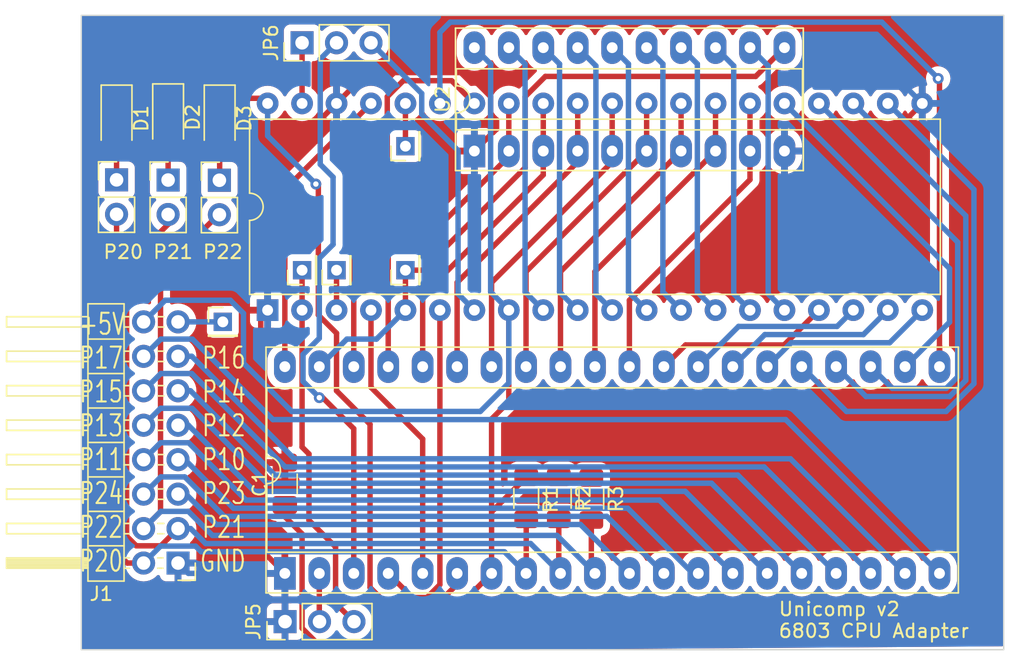
<source format=kicad_pcb>
(kicad_pcb (version 20221018) (generator pcbnew)
  (layers (0 "F.Cu" signal) (31 "B.Cu" signal) (34 "B.Paste" user) (35 "F.Paste" user) (36 "B.SilkS" user "B.Silkscreen") (37 "F.SilkS" user "F.Silkscreen") (38 "B.Mask" user) (39 "F.Mask" user) (44 "Edge.Cuts" user))
  (net 0 "")
  (net 1 "+5V")
  (net 2 "GND")
  (net 3 "/P20")
  (net 4 "/P21")
  (net 5 "/P22")
  (net 6 "/~{NMI}")
  (net 7 "/~{IRQ1}")
  (net 8 "/~{RST}")
  (net 9 "/P23")
  (net 10 "/P24")
  (net 11 "/P10")
  (net 12 "/P11")
  (net 13 "/P12")
  (net 14 "/P13")
  (net 15 "/P14")
  (net 16 "/P15")
  (net 17 "/P16")
  (net 18 "/P17")
  (net 19 "/A15")
  (net 20 "/A14")
  (net 21 "/A13")
  (net 22 "/A12")
  (net 23 "/A11")
  (net 24 "/A10")
  (net 25 "/A9")
  (net 26 "/A8")
  (net 27 "/D7")
  (net 28 "/D6")
  (net 29 "/D5")
  (net 30 "/D4")
  (net 31 "/D3")
  (net 32 "/D2")
  (net 33 "/D1")
  (net 34 "/D0")
  (net 35 "/R{slash}~{W}")
  (net 36 "/AS")
  (net 37 "/A0")
  (net 38 "/A1")
  (net 39 "/A2")
  (net 40 "/A3")
  (net 41 "/A4")
  (net 42 "/A5")
  (net 43 "/A6")
  (net 44 "/A7")
  (net 45 "/PHI2")
  (net 46 "/CPUCLK")
  (net 47 "+5C")
  (net 48 "Net-(J1-Pin_15)")
  (net 49 "Net-(D1-A)")
  (net 50 "Net-(D2-A)")
  (net 51 "Net-(D3-A)")
  (net 52 "Net-(J3-Pin_1)")
  (net 53 "Net-(J4-Pin_1)")
  (net 54 "/~{HALT}")
  (net 55 "Net-(JP5-C)")
  (net 56 "Net-(JP6-C)")
  (net 57 "/BA")
  (footprint "Connector_PinHeader_2.54mm:PinHeader_2x08_P2.54mm_Horizontal" (layer "F.Cu") (at 167.132 71.374 180)
    (fp_text reference "J1" (at 5.655 -2.27) (layer "F.SilkS"))
    (fp_text value "Conn_02x08_Odd_Even" hide)
    (pad "1" thru_hole rect (at 0 0 180) (size 1.7 1.7) (drill 1) (layers "*.Cu" "*.Mask") (net 2 "GND"))
    (pad "2" thru_hole oval (at 2.54 0 180) (size 1.7 1.7) (drill 1) (layers "*.Cu" "*.Mask") (net 3 "/P20"))
    (pad "3" thru_hole oval (at 0 2.54 180) (size 1.7 1.7) (drill 1) (layers "*.Cu" "*.Mask") (net 4 "/P21"))
    (pad "4" thru_hole oval (at 2.54 2.54 180) (size 1.7 1.7) (drill 1) (layers "*.Cu" "*.Mask") (net 5 "/P22"))
    (pad "5" thru_hole oval (at 0 5.08 180) (size 1.7 1.7) (drill 1) (layers "*.Cu" "*.Mask") (net 9 "/P23"))
    (pad "6" thru_hole oval (at 2.54 5.08 180) (size 1.7 1.7) (drill 1) (layers "*.Cu" "*.Mask") (net 10 "/P24"))
    (pad "7" thru_hole oval (at 0 7.62 180) (size 1.7 1.7) (drill 1) (layers "*.Cu" "*.Mask") (net 11 "/P10"))
    (pad "8" thru_hole oval (at 2.54 7.62 180) (size 1.7 1.7) (drill 1) (layers "*.Cu" "*.Mask") (net 12 "/P11"))
    (pad "9" thru_hole oval (at 0 10.16 180) (size 1.7 1.7) (drill 1) (layers "*.Cu" "*.Mask") (net 13 "/P12"))
    (pad "10" thru_hole oval (at 2.54 10.16 180) (size 1.7 1.7) (drill 1) (layers "*.Cu" "*.Mask") (net 14 "/P13"))
    (pad "11" thru_hole oval (at 0 12.7 180) (size 1.7 1.7) (drill 1) (layers "*.Cu" "*.Mask") (net 15 "/P14"))
    (pad "12" thru_hole oval (at 2.54 12.7 180) (size 1.7 1.7) (drill 1) (layers "*.Cu" "*.Mask") (net 16 "/P15"))
    (pad "13" thru_hole oval (at 0 15.24 180) (size 1.7 1.7) (drill 1) (layers "*.Cu" "*.Mask") (net 17 "/P16"))
    (pad "14" thru_hole oval (at 2.54 15.24 180) (size 1.7 1.7) (drill 1) (layers "*.Cu" "*.Mask") (net 18 "/P17"))
    (pad "15" thru_hole oval (at 0 17.78 180) (size 1.7 1.7) (drill 1) (layers "*.Cu" "*.Mask") (net 48 "Net-(J1-Pin_15)"))
    (pad "16" thru_hole oval (at 2.54 17.78 180) (size 1.7 1.7) (drill 1) (layers "*.Cu" "*.Mask") (net 1 "+5V"))
  )
  (footprint "Connector_PinHeader_2.54mm:PinHeader_1x02_P2.54mm_Vertical" (layer "F.Cu") (at 170.18 43.154)
    (fp_text reference "JP3" hide)
    (fp_text value "Mode")
    (pad "1" thru_hole rect (at 0 0) (size 1.7 1.7) (drill 1) (layers "*.Cu" "*.Mask") (net 51 "Net-(D3-A)"))
    (pad "2" thru_hole oval (at 0 2.54) (size 1.7 1.7) (drill 1) (layers "*.Cu" "*.Mask") (net 5 "/P22"))
  )
  (footprint "Capacitor_SMD:C_1206_3216Metric_Pad1.33x1.80mm_HandSolder" (layer "F.Cu") (at 175.006 65.532 90)
    (fp_text reference "C1" (at 0 -1.85 90) (layer "F.SilkS"))
    (fp_text value "100n")
    (pad "1" smd roundrect (at -1.5625 0 90) (size 1.325 1.8) (layers "F.Cu" "F.Paste" "F.Mask") (roundrect_rratio 0.1886792453) (net 1 "+5V"))
    (pad "2" smd roundrect (at 1.5625 0 90) (size 1.325 1.8) (layers "F.Cu" "F.Paste" "F.Mask") (roundrect_rratio 0.1886792453) (net 2 "GND"))
  )
  (footprint "Connector_PinHeader_2.54mm:PinHeader_1x02_P2.54mm_Vertical" (layer "F.Cu") (at 162.6 43.125)
    (fp_text reference "JP1" hide)
    (fp_text value "Mode")
    (pad "1" thru_hole rect (at 0 0) (size 1.7 1.7) (drill 1) (layers "*.Cu" "*.Mask") (net 49 "Net-(D1-A)"))
    (pad "2" thru_hole oval (at 0 2.54) (size 1.7 1.7) (drill 1) (layers "*.Cu" "*.Mask") (net 3 "/P20"))
  )
  (footprint "Connector_PinHeader_2.54mm:PinHeader_1x03_P2.54mm_Vertical" (layer "F.Cu") (at 175.021 75.692 90)
    (fp_text reference "JP5" (at 0 -2.33 90) (layer "F.SilkS"))
    (fp_text value "HALT/XTAL")
    (pad "1" thru_hole rect (at 0 0 90) (size 1.7 1.7) (drill 1) (layers "*.Cu" "*.Mask") (net 2 "GND"))
    (pad "2" thru_hole oval (at 0 2.54 90) (size 1.7 1.7) (drill 1) (layers "*.Cu" "*.Mask") (net 55 "Net-(JP5-C)"))
    (pad "3" thru_hole oval (at 0 5.08 90) (size 1.7 1.7) (drill 1) (layers "*.Cu" "*.Mask") (net 54 "/~{HALT}"))
  )
  (footprint "Connector_PinHeader_2.00mm:PinHeader_1x01_P2.00mm_Vertical" (layer "F.Cu") (at 183.896 40.64 90)
    (fp_text reference "J4" hide)
    (fp_text value ".")
    (pad "1" thru_hole rect (at 0 0 90) (size 1.35 1.35) (drill 0.8) (layers "*.Cu" "*.Mask") (net 53 "Net-(J4-Pin_1)"))
  )
  (footprint "Package_DIP:DIP-40_W15.24mm" (layer "F.Cu") (at 173.736 52.7304 90)
    (fp_text reference "U3" hide)
    (fp_text value "MC6802")
    (pad "1" thru_hole rect (at 0 0 90) (size 1.6 1.6) (drill 0.8) (layers "*.Cu" "*.Mask") (net 2 "GND"))
    (pad "2" thru_hole oval (at 0 2.54 90) (size 1.6 1.6) (drill 0.8) (layers "*.Cu" "*.Mask") (net 54 "/~{HALT}"))
    (pad "3" thru_hole oval (at 0 5.08 90) (size 1.6 1.6) (drill 0.8) (layers "*.Cu" "*.Mask") (net 52 "Net-(J3-Pin_1)"))
    (pad "4" thru_hole oval (at 0 7.62 90) (size 1.6 1.6) (drill 0.8) (layers "*.Cu" "*.Mask") (net 7 "/~{IRQ1}"))
    (pad "5" thru_hole oval (at 0 10.16 90) (size 1.6 1.6) (drill 0.8) (layers "*.Cu" "*.Mask") (net 36 "/AS"))
    (pad "6" thru_hole oval (at 0 12.7 90) (size 1.6 1.6) (drill 0.8) (layers "*.Cu" "*.Mask") (net 6 "/~{NMI}"))
    (pad "7" thru_hole oval (at 0 15.24 90) (size 1.6 1.6) (drill 0.8) (layers "*.Cu" "*.Mask") (net 57 "/BA"))
    (pad "8" thru_hole oval (at 0 17.78 90) (size 1.6 1.6) (drill 0.8) (layers "*.Cu" "*.Mask") (net 1 "+5V"))
    (pad "9" thru_hole oval (at 0 20.32 90) (size 1.6 1.6) (drill 0.8) (layers "*.Cu" "*.Mask") (net 37 "/A0"))
    (pad "10" thru_hole oval (at 0 22.86 90) (size 1.6 1.6) (drill 0.8) (layers "*.Cu" "*.Mask") (net 38 "/A1"))
    (pad "11" thru_hole oval (at 0 25.4 90) (size 1.6 1.6) (drill 0.8) (layers "*.Cu" "*.Mask") (net 39 "/A2"))
    (pad "12" thru_hole oval (at 0 27.94 90) (size 1.6 1.6) (drill 0.8) (layers "*.Cu" "*.Mask") (net 40 "/A3"))
    (pad "13" thru_hole oval (at 0 30.48 90) (size 1.6 1.6) (drill 0.8) (layers "*.Cu" "*.Mask") (net 41 "/A4"))
    (pad "14" thru_hole oval (at 0 33.02 90) (size 1.6 1.6) (drill 0.8) (layers "*.Cu" "*.Mask") (net 42 "/A5"))
    (pad "15" thru_hole oval (at 0 35.56 90) (size 1.6 1.6) (drill 0.8) (layers "*.Cu" "*.Mask") (net 43 "/A6"))
    (pad "16" thru_hole oval (at 0 38.1 90) (size 1.6 1.6) (drill 0.8) (layers "*.Cu" "*.Mask") (net 44 "/A7"))
    (pad "17" thru_hole oval (at 0 40.64 90) (size 1.6 1.6) (drill 0.8) (layers "*.Cu" "*.Mask") (net 26 "/A8"))
    (pad "18" thru_hole oval (at 0 43.18 90) (size 1.6 1.6) (drill 0.8) (layers "*.Cu" "*.Mask") (net 25 "/A9"))
    (pad "19" thru_hole oval (at 0 45.72 90) (size 1.6 1.6) (drill 0.8) (layers "*.Cu" "*.Mask") (net 24 "/A10"))
    (pad "20" thru_hole oval (at 0 48.26 90) (size 1.6 1.6) (drill 0.8) (layers "*.Cu" "*.Mask") (net 23 "/A11"))
    (pad "21" thru_hole oval (at 15.24 48.26 90) (size 1.6 1.6) (drill 0.8) (layers "*.Cu" "*.Mask") (net 2 "GND"))
    (pad "22" thru_hole oval (at 15.24 45.72 90) (size 1.6 1.6) (drill 0.8) (layers "*.Cu" "*.Mask") (net 22 "/A12"))
    (pad "23" thru_hole oval (at 15.24 43.18 90) (size 1.6 1.6) (drill 0.8) (layers "*.Cu" "*.Mask") (net 21 "/A13"))
    (pad "24" thru_hole oval (at 15.24 40.64 90) (size 1.6 1.6) (drill 0.8) (layers "*.Cu" "*.Mask") (net 20 "/A14"))
    (pad "25" thru_hole oval (at 15.24 38.1 90) (size 1.6 1.6) (drill 0.8) (layers "*.Cu" "*.Mask") (net 19 "/A15"))
    (pad "26" thru_hole oval (at 15.24 35.56 90) (size 1.6 1.6) (drill 0.8) (layers "*.Cu" "*.Mask") (net 27 "/D7"))
    (pad "27" thru_hole oval (at 15.24 33.02 90) (size 1.6 1.6) (drill 0.8) (layers "*.Cu" "*.Mask") (net 28 "/D6"))
    (pad "28" thru_hole oval (at 15.24 30.48 90) (size 1.6 1.6) (drill 0.8) (layers "*.Cu" "*.Mask") (net 29 "/D5"))
    (pad "29" thru_hole oval (at 15.24 27.94 90) (size 1.6 1.6) (drill 0.8) (layers "*.Cu" "*.Mask") (net 30 "/D4"))
    (pad "30" thru_hole oval (at 15.24 25.4 90) (size 1.6 1.6) (drill 0.8) (layers "*.Cu" "*.Mask") (net 31 "/D3"))
    (pad "31" thru_hole oval (at 15.24 22.86 90) (size 1.6 1.6) (drill 0.8) (layers "*.Cu" "*.Mask") (net 32 "/D2"))
    (pad "32" thru_hole oval (at 15.24 20.32 90) (size 1.6 1.6) (drill 0.8) (layers "*.Cu" "*.Mask") (net 33 "/D1"))
    (pad "33" thru_hole oval (at 15.24 17.78 90) (size 1.6 1.6) (drill 0.8) (layers "*.Cu" "*.Mask") (net 34 "/D0"))
    (pad "34" thru_hole oval (at 15.24 15.24 90) (size 1.6 1.6) (drill 0.8) (layers "*.Cu" "*.Mask") (net 35 "/R{slash}~{W}"))
    (pad "35" thru_hole oval (at 15.24 12.7 90) (size 1.6 1.6) (drill 0.8) (layers "*.Cu" "*.Mask") (net 47 "+5C"))
    (pad "36" thru_hole oval (at 15.24 10.16 90) (size 1.6 1.6) (drill 0.8) (layers "*.Cu" "*.Mask") (net 53 "Net-(J4-Pin_1)"))
    (pad "37" thru_hole oval (at 15.24 7.62 90) (size 1.6 1.6) (drill 0.8) (layers "*.Cu" "*.Mask") (net 45 "/PHI2"))
    (pad "38" thru_hole oval (at 15.24 5.08 90) (size 1.6 1.6) (drill 0.8) (layers "*.Cu" "*.Mask") (net 2 "GND"))
    (pad "39" thru_hole oval (at 15.24 2.54 90) (size 1.6 1.6) (drill 0.8) (layers "*.Cu" "*.Mask") (net 46 "/CPUCLK"))
    (pad "40" thru_hole oval (at 15.24 0 90) (size 1.6 1.6) (drill 0.8) (layers "*.Cu" "*.Mask") (net 8 "/~{RST}"))
  )
  (footprint "Resistor_SMD:R_1206_3216Metric_Pad1.30x1.75mm_HandSolder" (layer "F.Cu") (at 197.6 66.65 -90)
    (fp_text reference "R3" (at 0 -1.82 90) (layer "F.SilkS"))
    (fp_text value "22k")
    (pad "1" smd roundrect (at -1.55 0 270) (size 1.3 1.75) (layers "F.Cu" "F.Paste" "F.Mask") (roundrect_rratio 0.1923076923) (net 1 "+5V"))
    (pad "2" smd roundrect (at 1.55 0 270) (size 1.3 1.75) (layers "F.Cu" "F.Paste" "F.Mask") (roundrect_rratio 0.1923076923) (net 5 "/P22"))
  )
  (footprint "Connector_PinHeader_2.54mm:PinHeader_1x02_P2.54mm_Vertical" (layer "F.Cu") (at 166.4 43.139)
    (fp_text reference "JP2" hide)
    (fp_text value "Mode")
    (pad "1" thru_hole rect (at 0 0) (size 1.7 1.7) (drill 1) (layers "*.Cu" "*.Mask") (net 50 "Net-(D2-A)"))
    (pad "2" thru_hole oval (at 0 2.54) (size 1.7 1.7) (drill 1) (layers "*.Cu" "*.Mask") (net 4 "/P21"))
  )
  (footprint "Connector_PinHeader_2.00mm:PinHeader_1x01_P2.00mm_Vertical" (layer "F.Cu") (at 170.434 53.594)
    (fp_text reference "J2" hide)
    (fp_text value ".")
    (pad "1" thru_hole rect (at 0 0) (size 1.35 1.35) (drill 0.8) (layers "*.Cu" "*.Mask") (net 48 "Net-(J1-Pin_15)"))
  )
  (footprint "Connector_PinHeader_2.00mm:PinHeader_1x01_P2.00mm_Vertical" (layer "F.Cu") (at 176.276 49.784 90)
    (fp_text reference "J5" hide)
    (fp_text value ".")
    (pad "1" thru_hole rect (at 0 0 90) (size 1.35 1.35) (drill 0.8) (layers "*.Cu" "*.Mask") (net 54 "/~{HALT}"))
  )
  (footprint "Connector_PinHeader_2.00mm:PinHeader_1x01_P2.00mm_Vertical" (layer "F.Cu") (at 183.896 49.784 90)
    (fp_text reference "J6" hide)
    (fp_text value ".")
    (pad "1" thru_hole rect (at 0 0 90) (size 1.35 1.35) (drill 0.8) (layers "*.Cu" "*.Mask") (net 36 "/AS"))
  )
  (footprint "Diode_SMD:D_1206_3216Metric_Pad1.42x1.75mm_HandSolder" (layer "F.Cu") (at 166.4 38.5125 -90)
    (fp_text reference "D2" (at 0 -1.82 90) (layer "F.SilkS"))
    (fp_text value "1N4148")
    (pad "1" smd roundrect (at -1.4875 0 270) (size 1.425 1.75) (layers "F.Cu" "F.Paste" "F.Mask") (roundrect_rratio 0.1754392982) (net 8 "/~{RST}"))
    (pad "2" smd roundrect (at 1.4875 0 270) (size 1.425 1.75) (layers "F.Cu" "F.Paste" "F.Mask") (roundrect_rratio 0.1754392982) (net 50 "Net-(D2-A)"))
  )
  (footprint "Resistor_SMD:R_1206_3216Metric_Pad1.30x1.75mm_HandSolder" (layer "F.Cu") (at 192.8 66.6 -90)
    (fp_text reference "R1" (at 0.1156 -1.8064 90) (layer "F.SilkS"))
    (fp_text value "22k")
    (pad "1" smd roundrect (at -1.55 0 270) (size 1.3 1.75) (layers "F.Cu" "F.Paste" "F.Mask") (roundrect_rratio 0.1923076923) (net 1 "+5V"))
    (pad "2" smd roundrect (at 1.55 0 270) (size 1.3 1.75) (layers "F.Cu" "F.Paste" "F.Mask") (roundrect_rratio 0.1923076923) (net 3 "/P20"))
  )
  (footprint "Package_DIP:DIP-40_W15.24mm_Socket_LongPads" (layer "F.Cu") (at 175.006 72.136 90)
    (fp_text reference "U1" hide)
    (fp_text value "MC6803")
    (pad "1" thru_hole rect (at 0 0 90) (size 2.4 1.6) (drill 0.8) (layers "*.Cu" "*.Mask") (net 2 "GND"))
    (pad "2" thru_hole oval (at 0 2.54 90) (size 2.4 1.6) (drill 0.8) (layers "*.Cu" "*.Mask") (net 55 "Net-(JP5-C)"))
    (pad "3" thru_hole oval (at 0 5.08 90) (size 2.4 1.6) (drill 0.8) (layers "*.Cu" "*.Mask") (net 56 "Net-(JP6-C)"))
    (pad "4" thru_hole oval (at 0 7.62 90) (size 2.4 1.6) (drill 0.8) (layers "*.Cu" "*.Mask") (net 6 "/~{NMI}"))
    (pad "5" thru_hole oval (at 0 10.16 90) (size 2.4 1.6) (drill 0.8) (layers "*.Cu" "*.Mask") (net 7 "/~{IRQ1}"))
    (pad "6" thru_hole oval (at 0 12.7 90) (size 2.4 1.6) (drill 0.8) (layers "*.Cu" "*.Mask") (net 8 "/~{RST}"))
    (pad "7" thru_hole oval (at 0 15.24 90) (size 2.4 1.6) (drill 0.8) (layers "*.Cu" "*.Mask") (net 1 "+5V"))
    (pad "8" thru_hole oval (at 0 17.78 90) (size 2.4 1.6) (drill 0.8) (layers "*.Cu" "*.Mask") (net 3 "/P20"))
    (pad "9" thru_hole oval (at 0 20.32 90) (size 2.4 1.6) (drill 0.8) (layers "*.Cu" "*.Mask") (net 4 "/P21"))
    (pad "10" thru_hole oval (at 0 22.86 90) (size 2.4 1.6) (drill 0.8) (layers "*.Cu" "*.Mask") (net 5 "/P22"))
    (pad "11" thru_hole oval (at 0 25.4 90) (size 2.4 1.6) (drill 0.8) (layers "*.Cu" "*.Mask") (net 9 "/P23"))
    (pad "12" thru_hole oval (at 0 27.94 90) (size 2.4 1.6) (drill 0.8) (layers "*.Cu" "*.Mask") (net 10 "/P24"))
    (pad "13" thru_hole oval (at 0 30.48 90) (size 2.4 1.6) (drill 0.8) (layers "*.Cu" "*.Mask") (net 11 "/P10"))
    (pad "14" thru_hole oval (at 0 33.02 90) (size 2.4 1.6) (drill 0.8) (layers "*.Cu" "*.Mask") (net 12 "/P11"))
    (pad "15" thru_hole oval (at 0 35.56 90) (size 2.4 1.6) (drill 0.8) (layers "*.Cu" "*.Mask") (net 13 "/P12"))
    (pad "16" thru_hole oval (at 0 38.1 90) (size 2.4 1.6) (drill 0.8) (layers "*.Cu" "*.Mask") (net 14 "/P13"))
    (pad "17" thru_hole oval (at 0 40.64 90) (size 2.4 1.6) (drill 0.8) (layers "*.Cu" "*.Mask") (net 15 "/P14"))
    (pad "18" thru_hole oval (at 0 43.18 90) (size 2.4 1.6) (drill 0.8) (layers "*.Cu" "*.Mask") (net 16 "/P15"))
    (pad "19" thru_hole oval (at 0 45.72 90) (size 2.4 1.6) (drill 0.8) (layers "*.Cu" "*.Mask") (net 17 "/P16"))
    (pad "20" thru_hole oval (at 0 48.26 90) (size 2.4 1.6) (drill 0.8) (layers "*.Cu" "*.Mask") (net 18 "/P17"))
    (pad "21" thru_hole oval (at 15.24 48.26 90) (size 2.4 1.6) (drill 0.8) (layers "*.Cu" "*.Mask") (net 47 "+5C"))
    (pad "22" thru_hole oval (at 15.24 45.72 90) (size 2.4 1.6) (drill 0.8) (layers "*.Cu" "*.Mask") (net 19 "/A15"))
    (pad "23" thru_hole oval (at 15.24 43.18 90) (size 2.4 1.6) (drill 0.8) (layers "*.Cu" "*.Mask") (net 20 "/A14"))
    (pad "24" thru_hole oval (at 15.24 40.64 90) (size 2.4 1.6) (drill 0.8) (layers "*.Cu" "*.Mask") (net 21 "/A13"))
    (pad "25" thru_hole oval (at 15.24 38.1 90) (size 2.4 1.6) (drill 0.8) (layers "*.Cu" "*.Mask") (net 22 "/A12"))
    (pad "26" thru_hole oval (at 15.24 35.56 90) (size 2.4 1.6) (drill 0.8) (layers "*.Cu" "*.Mask") (net 23 "/A11"))
    (pad "27" thru_hole oval (at 15.24 33.02 90) (size 2.4 1.6) (drill 0.8) (layers "*.Cu" "*.Mask") (net 24 "/A10"))
    (pad "28" thru_hole oval (at 15.24 30.48 90) (size 2.4 1.6) (drill 0.8) (layers "*.Cu" "*.Mask") (net 25 "/A9"))
    (pad "29" thru_hole oval (at 15.24 27.94 90) (size 2.4 1.6) (drill 0.8) (layers "*.Cu" "*.Mask") (net 26 "/A8"))
    (pad "30" thru_hole oval (at 15.24 25.4 90) (size 2.4 1.6) (drill 0.8) (layers "*.Cu" "*.Mask") (net 27 "/D7"))
    (pad "31" thru_hole oval (at 15.24 22.86 90) (size 2.4 1.6) (drill 0.8) (layers "*.Cu" "*.Mask") (net 28 "/D6"))
    (pad "32" thru_hole oval (at 15.24 20.32 90) (size 2.4 1.6) (drill 0.8) (layers "*.Cu" "*.Mask") (net 29 "/D5"))
    (pad "33" thru_hole oval (at 15.24 17.78 90) (size 2.4 1.6) (drill 0.8) (layers "*.Cu" "*.Mask") (net 30 "/D4"))
    (pad "34" thru_hole oval (at 15.24 15.24 90) (size 2.4 1.6) (drill 0.8) (layers "*.Cu" "*.Mask") (net 31 "/D3"))
    (pad "35" thru_hole oval (at 15.24 12.7 90) (size 2.4 1.6) (drill 0.8) (layers "*.Cu" "*.Mask") (net 32 "/D2"))
    (pad "36" thru_hole oval (at 15.24 10.16 90) (size 2.4 1.6) (drill 0.8) (layers "*.Cu" "*.Mask") (net 33 "/D1"))
    (pad "37" thru_hole oval (at 15.24 7.62 90) (size 2.4 1.6) (drill 0.8) (layers "*.Cu" "*.Mask") (net 34 "/D0"))
    (pad "38" thru_hole oval (at 15.24 5.08 90) (size 2.4 1.6) (drill 0.8) (layers "*.Cu" "*.Mask") (net 35 "/R{slash}~{W}"))
    (pad "39" thru_hole oval (at 15.24 2.54 90) (size 2.4 1.6) (drill 0.8) (layers "*.Cu" "*.Mask") (net 36 "/AS"))
    (pad "40" thru_hole oval (at 15.24 0 90) (size 2.4 1.6) (drill 0.8) (layers "*.Cu" "*.Mask") (net 45 "/PHI2"))
  )
  (footprint "Connector_PinHeader_2.54mm:PinHeader_1x03_P2.54mm_Vertical" (layer "F.Cu") (at 176.276 33.02 90)
    (fp_text reference "JP6" (at 0 -2.286 90) (layer "F.SilkS"))
    (fp_text value "BA/EXTAL")
    (pad "1" thru_hole rect (at 0 0 90) (size 1.7 1.7) (drill 1) (layers "*.Cu" "*.Mask") (net 46 "/CPUCLK"))
    (pad "2" thru_hole oval (at 0 2.54 90) (size 1.7 1.7) (drill 1) (layers "*.Cu" "*.Mask") (net 56 "Net-(JP6-C)"))
    (pad "3" thru_hole oval (at 0 5.08 90) (size 1.7 1.7) (drill 1) (layers "*.Cu" "*.Mask") (net 57 "/BA"))
  )
  (footprint "Diode_SMD:D_1206_3216Metric_Pad1.42x1.75mm_HandSolder" (layer "F.Cu") (at 170.2 38.6 -90)
    (fp_text reference "D3" (at 0 -1.82 90) (layer "F.SilkS"))
    (fp_text value "1N4148")
    (pad "1" smd roundrect (at -1.4875 0 270) (size 1.425 1.75) (layers "F.Cu" "F.Paste" "F.Mask") (roundrect_rratio 0.1754392982) (net 8 "/~{RST}"))
    (pad "2" smd roundrect (at 1.4875 0 270) (size 1.425 1.75) (layers "F.Cu" "F.Paste" "F.Mask") (roundrect_rratio 0.1754392982) (net 51 "Net-(D3-A)"))
  )
  (footprint "Package_DIP:DIP-20_W7.62mm_Socket_LongPads" (layer "F.Cu") (at 188.976 41 90)
    (fp_text reference "U2" (at 3.81 -2.33 90) (layer "F.SilkS"))
    (fp_text value "74LS573")
    (pad "1" thru_hole rect (at 0 0 90) (size 2.4 1.6) (drill 0.8) (layers "*.Cu" "*.Mask") (net 2 "GND"))
    (pad "2" thru_hole oval (at 0 2.54 90) (size 2.4 1.6) (drill 0.8) (layers "*.Cu" "*.Mask") (net 34 "/D0"))
    (pad "3" thru_hole oval (at 0 5.08 90) (size 2.4 1.6) (drill 0.8) (layers "*.Cu" "*.Mask") (net 33 "/D1"))
    (pad "4" thru_hole oval (at 0 7.62 90) (size 2.4 1.6) (drill 0.8) (layers "*.Cu" "*.Mask") (net 32 "/D2"))
    (pad "5" thru_hole oval (at 0 10.16 90) (size 2.4 1.6) (drill 0.8) (layers "*.Cu" "*.Mask") (net 31 "/D3"))
    (pad "6" thru_hole oval (at 0 12.7 90) (size 2.4 1.6) (drill 0.8) (layers "*.Cu" "*.Mask") (net 30 "/D4"))
    (pad "7" thru_hole oval (at 0 15.24 90) (size 2.4 1.6) (drill 0.8) (layers "*.Cu" "*.Mask") (net 29 "/D5"))
    (pad "8" thru_hole oval (at 0 17.78 90) (size 2.4 1.6) (drill 0.8) (layers "*.Cu" "*.Mask") (net 28 "/D6"))
    (pad "9" thru_hole oval (at 0 20.32 90) (size 2.4 1.6) (drill 0.8) (layers "*.Cu" "*.Mask") (net 27 "/D7"))
    (pad "10" thru_hole oval (at 0 22.86 90) (size 2.4 1.6) (drill 0.8) (layers "*.Cu" "*.Mask") (net 2 "GND"))
    (pad "11" thru_hole oval (at 7.62 22.86 90) (size 2.4 1.6) (drill 0.8) (layers "*.Cu" "*.Mask") (net 36 "/AS"))
    (pad "12" thru_hole oval (at 7.62 20.32 90) (size 2.4 1.6) (drill 0.8) (layers "*.Cu" "*.Mask") (net 44 "/A7"))
    (pad "13" thru_hole oval (at 7.62 17.78 90) (size 2.4 1.6) (drill 0.8) (layers "*.Cu" "*.Mask") (net 43 "/A6"))
    (pad "14" thru_hole oval (at 7.62 15.24 90) (size 2.4 1.6) (drill 0.8) (layers "*.Cu" "*.Mask") (net 42 "/A5"))
    (pad "15" thru_hole oval (at 7.62 12.7 90) (size 2.4 1.6) (drill 0.8) (layers "*.Cu" "*.Mask") (net 41 "/A4"))
    (pad "16" thru_hole oval (at 7.62 10.16 90) (size 2.4 1.6) (drill 0.8) (layers "*.Cu" "*.Mask") (net 40 "/A3"))
    (pad "17" thru_hole oval (at 7.62 7.62 90) (size 2.4 1.6) (drill 0.8) (layers "*.Cu" "*.Mask") (net 39 "/A2"))
    (pad "18" thru_hole oval (at 7.62 5.08 90) (size 2.4 1.6) (drill 0.8) (layers "*.Cu" "*.Mask") (net 38 "/A1"))
    (pad "19" thru_hole oval (at 7.62 2.54 90) (size 2.4 1.6) (drill 0.8) (layers "*.Cu" "*.Mask") (net 37 "/A0"))
    (pad "20" thru_hole oval (at 7.62 0 90) (size 2.4 1.6) (drill 0.8) (layers "*.Cu" "*.Mask") (net 1 "+5V"))
  )
  (footprint "Resistor_SMD:R_1206_3216Metric_Pad1.30x1.75mm_HandSolder" (layer "F.Cu") (at 195.2 66.6 -90)
    (fp_text reference "R2" (at 0 -1.82 90) (layer "F.SilkS"))
    (fp_text value "22k")
    (pad "1" smd roundrect (at -1.55 0 270) (size 1.3 1.75) (layers "F.Cu" "F.Paste" "F.Mask") (roundrect_rratio 0.1923076923) (net 1 "+5V"))
    (pad "2" smd roundrect (at 1.55 0 270) (size 1.3 1.75) (layers "F.Cu" "F.Paste" "F.Mask") (roundrect_rratio 0.1923076923) (net 4 "/P21"))
  )
  (footprint "Diode_SMD:D_1206_3216Metric_Pad1.42x1.75mm_HandSolder" (layer "F.Cu") (at 162.6 38.6 -90)
    (fp_text reference "D1" (at 0 -1.82 90) (layer "F.SilkS"))
    (fp_text value "1N4148")
    (pad "1" smd roundrect (at -1.4875 0 270) (size 1.425 1.75) (layers "F.Cu" "F.Paste" "F.Mask") (roundrect_rratio 0.1754392982) (net 8 "/~{RST}"))
    (pad "2" smd roundrect (at 1.4875 0 270) (size 1.425 1.75) (layers "F.Cu" "F.Paste" "F.Mask") (roundrect_rratio 0.1754392982) (net 49 "Net-(D1-A)"))
  )
  (footprint "Connector_PinHeader_2.00mm:PinHeader_1x01_P2.00mm_Vertical" (layer "F.Cu") (at 178.816 49.784 90)
    (fp_text reference "J3" hide)
    (fp_text value ".")
    (pad "1" thru_hole rect (at 0 0 90) (size 1.35 1.35) (drill 0.8) (layers "*.Cu" "*.Mask") (net 52 "Net-(J3-Pin_1)"))
  )
  (gr_rect (start 160 31) (end 228 77.762) (stroke (width 0.1)) (fill none) (layer "Edge.Cuts"))
  (gr_text "P16\nP14\nP12\nP10\nP23\nP21\nGND" (at 172.212 72.136) (layer "F.SilkS") (effects (font (size 1.55 1.1)) (justify right bottom)))
  (gr_text "P20 P21 P22" (at 161.544 49.022) (layer "F.SilkS") (effects (font (size 1 1)) (justify left bottom)))
  (gr_text "Unicomp v2\n6803 CPU Adapter" (at 211.328 76.962) (layer "F.SilkS") (effects (font (size 1 1)) (justify left bottom)))
  (gr_text "+5V\nP17\nP15\nP13\nP11\nP24\nP22\nP20" (at 159.766 72.136) (layer "F.SilkS") (effects (font (size 1.55 1.1)) (justify left bottom)))
  (segment (start 192.85 65.1) (end 192.8 65.05) (width 0.4) (layer "F.Cu") (net 1))
  (segment (start 192.8 65.05) (end 190.246 67.604) (width 0.4) (layer "F.Cu") (net 1))
  (segment (start 176.276 76.174767) (end 176.276 69.223056) (width 0.4) (layer "F.Cu") (net 1))
  (segment (start 185.166 77.216) (end 177.317233 77.216) (width 0.4) (layer "F.Cu") (net 1))
  (segment (start 175.006 67.953056) (end 175.006 67.0945) (width 0.4) (layer "F.Cu") (net 1))
  (segment (start 176.276 69.223056) (end 175.006 67.953056) (width 0.4) (layer "F.Cu") (net 1))
  (segment (start 197.6 65.1) (end 192.85 65.1) (width 0.4) (layer "F.Cu") (net 1))
  (segment (start 191.516 59.484) (end 191.516 52.7304) (width 0.4) (layer "F.Cu") (net 1))
  (segment (start 177.317233 77.216) (end 176.276 76.174767) (width 0.4) (layer "F.Cu") (net 1))
  (segment (start 190.246 60.754) (end 191.516 59.484) (width 0.4) (layer "F.Cu") (net 1))
  (segment (start 190.246 72.136) (end 190.246 60.754) (width 0.4) (layer "F.Cu") (net 1))
  (segment (start 190.246 72.136) (end 185.166 77.216) (width 0.4) (layer "F.Cu") (net 1))
  (segment (start 190.176 34.58) (end 188.976 33.38) (width 0.4) (layer "B.Cu") (net 1))
  (segment (start 191.516 58.098082) (end 191.516 52.7304) (width 0.4) (layer "B.Cu") (net 1))
  (segment (start 171.958 56.642) (end 175.514 60.198) (width 0.4) (layer "B.Cu") (net 1))
  (segment (start 164.592 53.594) (end 166.186 52) (width 0.4) (layer "B.Cu") (net 1))
  (segment (start 166.186 52) (end 170.99 52) (width 0.4) (layer "B.Cu") (net 1))
  (segment (start 189.416082 60.198) (end 191.516 58.098082) (width 0.4) (layer "B.Cu") (net 1))
  (segment (start 171.958 52.968) (end 171.958 56.642) (width 0.4) (layer "B.Cu") (net 1))
  (segment (start 170.99 52) (end 171.958 52.968) (width 0.4) (layer "B.Cu") (net 1))
  (segment (start 190.176 51.3904) (end 190.176 34.58) (width 0.4) (layer "B.Cu") (net 1))
  (segment (start 175.514 60.198) (end 189.416082 60.198) (width 0.4) (layer "B.Cu") (net 1))
  (segment (start 190.176 51.3904) (end 191.516 52.7304) (width 0.4) (layer "B.Cu") (net 1))
  (segment (start 188.976 41) (end 190.176 39.8) (width 0.4) (layer "F.Cu") (net 2))
  (segment (start 173.228 53.2384) (end 173.228 62.23) (width 0.4) (layer "F.Cu") (net 2))
  (segment (start 211.836 41) (end 218.4864 41) (width 0.4) (layer "F.Cu") (net 2))
  (segment (start 174.9675 63.9695) (end 173.228 62.23) (width 0.4) (layer "F.Cu") (net 2))
  (segment (start 175.006 63.9695) (end 174.9675 63.9695) (width 0.4) (layer "F.Cu") (net 2))
  (segment (start 175.021 75.692) (end 175.021 72.151) (width 0.4) (layer "F.Cu") (net 2))
  (segment (start 181.0924 35.214) (end 178.816 37.4904) (width 0.4) (layer "F.Cu") (net 2))
  (segment (start 173.228 62.23) (end 173.228 70.358) (width 0.4) (layer "F.Cu") (net 2))
  (segment (start 173.228 70.358) (end 175.006 72.136) (width 0.4) (layer "F.Cu") (net 2))
  (segment (start 173.736 42.5704) (end 173.736 52.7304) (width 0.4) (layer "F.Cu") (net 2))
  (segment (start 173.9392 42.3672) (end 173.736 42.5704) (width 0.4) (layer "F.Cu") (net 2))
  (segment (start 218.4864 41) (end 221.996 37.4904) (width 0.4) (layer "F.Cu") (net 2))
  (segment (start 178.816 37.4904) (end 173.9392 42.3672) (width 0.4) (layer "F.Cu") (net 2))
  (segment (start 173.736 52.7304) (end 173.228 53.2384) (width 0.4) (layer "F.Cu") (net 2))
  (segment (start 188.396657 35.214) (end 181.0924 35.214) (width 0.4) (layer "F.Cu") (net 2))
  (segment (start 190.176 36.993343) (end 188.396657 35.214) (width 0.4) (layer "F.Cu") (net 2))
  (segment (start 190.176 39.8) (end 190.176 36.993343) (width 0.4) (layer "F.Cu") (net 2))
  (segment (start 175.021 72.151) (end 175.006 72.136) (width 0.4) (layer "F.Cu") (net 2))
  (segment (start 175.006 72.136) (end 167.894 72.136) (width 0.4) (layer "B.Cu") (net 2))
  (segment (start 214.0904 36.2904) (end 220.796 36.2904) (width 0.4) (layer "B.Cu") (net 2))
  (segment (start 167.894 72.136) (end 167.132 71.374) (width 0.4) (layer "B.Cu") (net 2))
  (segment (start 220.796 36.2904) (end 221.996 37.4904) (width 0.4) (layer "B.Cu") (net 2))
  (segment (start 162.56 70.544081) (end 163.389919 71.374) (width 0.4) (layer "F.Cu") (net 3))
  (segment (start 162.6 45.665) (end 162.6 49.262) (width 0.4) (layer "F.Cu") (net 3))
  (segment (start 163.389919 71.374) (end 164.592 71.374) (width 0.4) (layer "F.Cu") (net 3))
  (segment (start 162.56 49.302) (end 162.56 70.544081) (width 0.4) (layer "F.Cu") (net 3))
  (segment (start 192.8 68.15) (end 192.8 72.122) (width 0.4) (layer "F.Cu") (net 3))
  (segment (start 162.6 49.262) (end 162.56 49.302) (width 0.4) (layer "F.Cu") (net 3))
  (segment (start 192.8 72.122) (end 192.786 72.136) (width 0.4) (layer "F.Cu") (net 3))
  (segment (start 168.422 70.124) (end 165.842 70.124) (width 0.4) (layer "B.Cu") (net 3))
  (segment (start 170.677056 70.542) (end 168.84 70.542) (width 0.4) (layer "B.Cu") (net 3))
  (segment (start 168.84 70.542) (end 168.422 70.124) (width 0.4) (layer "B.Cu") (net 3))
  (segment (start 191.186 70.536) (end 170.683056 70.536) (width 0.4) (layer "B.Cu") (net 3))
  (segment (start 165.842 70.124) (end 164.592 71.374) (width 0.4) (layer "B.Cu") (net 3))
  (segment (start 192.786 72.136) (end 191.186 70.536) (width 0.4) (layer "B.Cu") (net 3))
  (segment (start 170.683056 70.536) (end 170.677056 70.542) (width 0.4) (layer "B.Cu") (net 3))
  (segment (start 163.342 49.458) (end 163.342 69.391767) (width 0.4) (layer "F.Cu") (net 4))
  (segment (start 195.2 68.15) (end 195.2 72.01) (width 0.4) (layer "F.Cu") (net 4))
  (segment (start 165.862 70.104) (end 167.132 68.834) (width 0.4) (layer "F.Cu") (net 4))
  (segment (start 163.342 69.391767) (end 164.054233 70.104) (width 0.4) (layer "F.Cu") (net 4))
  (segment (start 164.054233 70.104) (end 165.862 70.104) (width 0.4) (layer "F.Cu") (net 4))
  (segment (start 166.4 46.4) (end 163.342 49.458) (width 0.4) (layer "F.Cu") (net 4))
  (segment (start 166.4 45.679) (end 166.4 46.4) (width 0.4) (layer "F.Cu") (net 4))
  (segment (start 195.2 72.01) (end 195.326 72.136) (width 0.4) (layer "F.Cu") (net 4))
  (segment (start 169.163472 69.936) (end 168.061472 68.834) (width 0.4) (layer "B.Cu") (net 4))
  (segment (start 195.326 72.136) (end 193.126 69.936) (width 0.4) (layer "B.Cu") (net 4))
  (segment (start 193.126 69.936) (end 169.163472 69.936) (width 0.4) (layer "B.Cu") (net 4))
  (segment (start 168.061472 68.834) (end 167.132 68.834) (width 0.4) (layer "B.Cu") (net 4))
  (segment (start 197.6 68.2) (end 197.6 71.87) (width 0.4) (layer "F.Cu") (net 5))
  (segment (start 170.106 45.694) (end 170.18 45.694) (width 0.4) (layer "F.Cu") (net 5))
  (segment (start 197.6 71.87) (end 197.866 72.136) (width 0.4) (layer "F.Cu") (net 5))
  (segment (start 165.842 67.584) (end 165.842 49.958) (width 0.4) (layer "F.Cu") (net 5))
  (segment (start 165.842 49.958) (end 170.106 45.694) (width 0.4) (layer "F.Cu") (net 5))
  (segment (start 164.592 68.834) (end 165.842 67.584) (width 0.4) (layer "F.Cu") (net 5))
  (segment (start 167.894 67.564) (end 165.862 67.564) (width 0.4) (layer "B.Cu") (net 5))
  (segment (start 165.862 67.564) (end 164.592 68.834) (width 0.4) (layer "B.Cu") (net 5))
  (segment (start 197.866 72.136) (end 195.066 69.336) (width 0.4) (layer "B.Cu") (net 5))
  (segment (start 169.666 69.336) (end 167.894 67.564) (width 0.4) (layer "B.Cu") (net 5))
  (segment (start 195.066 69.336) (end 169.666 69.336) (width 0.4) (layer "B.Cu") (net 5))
  (segment (start 185.485056 73.914) (end 184.404 73.914) (width 0.4) (layer "F.Cu") (net 6))
  (segment (start 186.436 52.7304) (end 186.436 72.963056) (width 0.4) (layer "F.Cu") (net 6))
  (segment (start 186.436 72.963056) (end 185.485056 73.914) (width 0.4) (layer "F.Cu") (net 6))
  (segment (start 184.404 73.914) (end 182.626 72.136) (width 0.4) (layer "F.Cu") (net 6))
  (segment (start 181.356 52.7304) (end 181.356 58.42) (width 0.4) (layer "F.Cu") (net 7))
  (segment (start 181.356 58.42) (end 185.166 62.23) (width 0.4) (layer "F.Cu") (net 7))
  (segment (start 185.166 62.23) (end 185.166 72.136) (width 0.4) (layer "F.Cu") (net 7))
  (segment (start 178.816 58.674) (end 178.816 54.427457) (width 0.4) (layer "F.Cu") (net 8))
  (segment (start 177.476 43.618) (end 177.292 43.434) (width 0.4) (layer "F.Cu") (net 8))
  (segment (start 177.476 53.087457) (end 177.476 43.618) (width 0.4) (layer "F.Cu") (net 8))
  (segment (start 170.2 37.1125) (end 173.3581 37.1125) (width 0.4) (layer "F.Cu") (net 8))
  (segment (start 173.3581 37.1125) (end 173.736 37.4904) (width 0.4) (layer "F.Cu") (net 8))
  (segment (start 181.286 73.174) (end 181.286 61.144) (width 0.4) (layer "F.Cu") (net 8))
  (segment (start 187.706 72.936) (end 186.128 74.514) (width 0.4) (layer "F.Cu") (net 8))
  (segment (start 182.626 74.514) (end 181.286 73.174) (width 0.4) (layer "F.Cu") (net 8))
  (segment (start 181.286 61.144) (end 178.816 58.674) (width 0.4) (layer "F.Cu") (net 8))
  (segment (start 187.706 72.136) (end 187.706 72.936) (width 0.4) (layer "F.Cu") (net 8))
  (segment (start 186.128 74.514) (end 182.626 74.514) (width 0.4) (layer "F.Cu") (net 8))
  (segment (start 162.6 37.1125) (end 170.2 37.1125) (width 0.4) (layer "F.Cu") (net 8))
  (segment (start 178.816 54.427457) (end 177.476 53.087457) (width 0.4) (layer "F.Cu") (net 8))
  (via (at 177.292 43.434) (size 0.8) (drill 0.4) (layers "F.Cu" "B.Cu") (net 8))
  (segment (start 173.736 39.878) (end 173.736 37.4904) (width 0.4) (layer "B.Cu") (net 8))
  (segment (start 177.292 43.434) (end 173.736 39.878) (width 0.4) (layer "B.Cu") (net 8))
  (segment (start 169.95336 68.532) (end 167.71536 66.294) (width 0.4) (layer "B.Cu") (net 9))
  (segment (start 167.71536 66.294) (end 167.132 66.294) (width 0.4) (layer "B.Cu") (net 9))
  (segment (start 196.802 68.532) (end 169.95336 68.532) (width 0.4) (layer "B.Cu") (net 9))
  (segment (start 200.406 72.136) (end 196.802 68.532) (width 0.4) (layer "B.Cu") (net 9))
  (segment (start 198.742 67.932) (end 170.537767 67.932) (width 0.4) (layer "B.Cu") (net 10))
  (segment (start 165.862 65.024) (end 164.592 66.294) (width 0.4) (layer "B.Cu") (net 10))
  (segment (start 202.946 72.136) (end 198.742 67.932) (width 0.4) (layer "B.Cu") (net 10))
  (segment (start 167.629767 65.024) (end 165.862 65.024) (width 0.4) (layer "B.Cu") (net 10))
  (segment (start 170.537767 67.932) (end 167.629767 65.024) (width 0.4) (layer "B.Cu") (net 10))
  (segment (start 205.086 72.136) (end 200.282 67.332) (width 0.4) (layer "B.Cu") (net 11))
  (segment (start 205.486 72.136) (end 205.086 72.136) (width 0.4) (layer "B.Cu") (net 11))
  (segment (start 171.218 67.332) (end 167.64 63.754) (width 0.4) (layer "B.Cu") (net 11))
  (segment (start 200.282 67.332) (end 171.218 67.332) (width 0.4) (layer "B.Cu") (net 11))
  (segment (start 167.64 63.754) (end 167.132 63.754) (width 0.4) (layer "B.Cu") (net 11))
  (segment (start 202.622 66.732) (end 172.142 66.732) (width 0.4) (layer "B.Cu") (net 12))
  (segment (start 165.842 62.504) (end 164.592 63.754) (width 0.4) (layer "B.Cu") (net 12))
  (segment (start 167.914 62.504) (end 165.842 62.504) (width 0.4) (layer "B.Cu") (net 12))
  (segment (start 172.142 66.732) (end 167.914 62.504) (width 0.4) (layer "B.Cu") (net 12))
  (segment (start 208.026 72.136) (end 202.622 66.732) (width 0.4) (layer "B.Cu") (net 12))
  (segment (start 167.894 61.214) (end 167.132 61.214) (width 0.4) (layer "B.Cu") (net 13))
  (segment (start 204.518 66.088) (end 172.768 66.088) (width 0.4) (layer "B.Cu") (net 13))
  (segment (start 210.566 72.136) (end 204.518 66.088) (width 0.4) (layer "B.Cu") (net 13))
  (segment (start 172.768 66.088) (end 167.894 61.214) (width 0.4) (layer "B.Cu") (net 13))
  (segment (start 206.458 65.488) (end 173.692 65.488) (width 0.4) (layer "B.Cu") (net 14))
  (segment (start 213.106 72.136) (end 206.458 65.488) (width 0.4) (layer "B.Cu") (net 14))
  (segment (start 165.842 59.964) (end 164.592 61.214) (width 0.4) (layer "B.Cu") (net 14))
  (segment (start 173.692 65.488) (end 168.168 59.964) (width 0.4) (layer "B.Cu") (net 14))
  (segment (start 168.168 59.964) (end 165.842 59.964) (width 0.4) (layer "B.Cu") (net 14))
  (segment (start 168.051239 58.674) (end 167.132 58.674) (width 0.4) (layer "B.Cu") (net 15))
  (segment (start 215.646 72.136) (end 208.398 64.888) (width 0.4) (layer "B.Cu") (net 15))
  (segment (start 174.265239 64.888) (end 168.051239 58.674) (width 0.4) (layer "B.Cu") (net 15))
  (segment (start 208.398 64.888) (end 174.265239 64.888) (width 0.4) (layer "B.Cu") (net 15))
  (segment (start 218.186 72.136) (end 210.338 64.288) (width 0.4) (layer "B.Cu") (net 16))
  (segment (start 168.148 57.404) (end 165.862 57.404) (width 0.4) (layer "B.Cu") (net 16))
  (segment (start 175.032 64.288) (end 168.148 57.404) (width 0.4) (layer "B.Cu") (net 16))
  (segment (start 210.338 64.288) (end 175.032 64.288) (width 0.4) (layer "B.Cu") (net 16))
  (segment (start 165.862 57.404) (end 164.592 58.674) (width 0.4) (layer "B.Cu") (net 16))
  (segment (start 175.702 63.688) (end 168.148 56.134) (width 0.4) (layer "B.Cu") (net 17))
  (segment (start 220.726 72.136) (end 212.278 63.688) (width 0.4) (layer "B.Cu") (net 17))
  (segment (start 212.278 63.688) (end 175.702 63.688) (width 0.4) (layer "B.Cu") (net 17))
  (segment (start 168.148 56.134) (end 167.132 56.134) (width 0.4) (layer "B.Cu") (net 17))
  (segment (start 174.125264 60.798) (end 168.191264 54.864) (width 0.4) (layer "B.Cu") (net 18))
  (segment (start 165.862 54.864) (end 164.592 56.134) (width 0.4) (layer "B.Cu") (net 18))
  (segment (start 223.266 72.136) (end 211.928 60.798) (width 0.4) (layer "B.Cu") (net 18))
  (segment (start 168.191264 54.864) (end 165.862 54.864) (width 0.4) (layer "B.Cu") (net 18))
  (segment (start 211.928 60.798) (end 174.125264 60.798) (width 0.4) (layer "B.Cu") (net 18))
  (segment (start 224.006 53.616) (end 220.726 56.896) (width 0.4) (layer "B.Cu") (net 19))
  (segment (start 224.006 49.6604) (end 224.006 53.616) (width 0.4) (layer "B.Cu") (net 19))
  (segment (start 211.836 37.4904) (end 224.006 49.6604) (width 0.4) (layer "B.Cu") (net 19))
  (segment (start 223.763056 58.496) (end 219.786 58.496) (width 0.4) (layer "B.Cu") (net 20))
  (segment (start 219.786 58.496) (end 218.186 56.896) (width 0.4) (layer "B.Cu") (net 20))
  (segment (start 224.606 47.7204) (end 224.606 57.653056) (width 0.4) (layer "B.Cu") (net 20))
  (segment (start 224.606 57.653056) (end 223.763056 58.496) (width 0.4) (layer "B.Cu") (net 20))
  (segment (start 214.376 37.4904) (end 224.606 47.7204) (width 0.4) (layer "B.Cu") (net 20))
  (segment (start 216.916 37.4904) (end 225.206 45.7804) (width 0.4) (layer "B.Cu") (net 21))
  (segment (start 225.206 57.901584) (end 224.011584 59.096) (width 0.4) (layer "B.Cu") (net 21))
  (segment (start 217.846 59.096) (end 215.646 56.896) (width 0.4) (layer "B.Cu") (net 21))
  (segment (start 224.011584 59.096) (end 217.846 59.096) (width 0.4) (layer "B.Cu") (net 21))
  (segment (start 225.206 45.7804) (end 225.206 57.901584) (width 0.4) (layer "B.Cu") (net 21))
  (segment (start 225.806 43.8404) (end 225.806 58.150112) (width 0.4) (layer "B.Cu") (net 22))
  (segment (start 219.456 37.4904) (end 225.806 43.8404) (width 0.4) (layer "B.Cu") (net 22))
  (segment (start 225.806 58.150112) (end 223.758112 60.198) (width 0.4) (layer "B.Cu") (net 22))
  (segment (start 216.408 60.198) (end 213.106 56.896) (width 0.4) (layer "B.Cu") (net 22))
  (segment (start 223.758112 60.198) (end 216.408 60.198) (width 0.4) (layer "B.Cu") (net 22))
  (segment (start 219.596 55.1304) (end 221.996 52.7304) (width 0.4) (layer "B.Cu") (net 23))
  (segment (start 210.566 56.896) (end 212.3316 55.1304) (width 0.4) (layer "B.Cu") (net 23))
  (segment (start 212.3316 55.1304) (end 219.596 55.1304) (width 0.4) (layer "B.Cu") (net 23))
  (segment (start 208.026 56.896) (end 210.3916 54.5304) (width 0.4) (layer "B.Cu") (net 24))
  (segment (start 217.656 54.5304) (end 219.456 52.7304) (width 0.4) (layer "B.Cu") (net 24))
  (segment (start 210.3916 54.5304) (end 217.656 54.5304) (width 0.4) (layer "B.Cu") (net 24))
  (segment (start 208.4516 53.9304) (end 215.716 53.9304) (width 0.4) (layer "B.Cu") (net 25))
  (segment (start 215.716 53.9304) (end 216.916 52.7304) (width 0.4) (layer "B.Cu") (net 25))
  (segment (start 205.486 56.896) (end 208.4516 53.9304) (width 0.4) (layer "B.Cu") (net 25))
  (segment (start 204.546 55.296) (end 202.946 56.896) (width 0.4) (layer "F.Cu") (net 26))
  (segment (start 211.8104 55.296) (end 204.546 55.296) (width 0.4) (layer "F.Cu") (net 26))
  (segment (start 214.376 52.7304) (end 211.8104 55.296) (width 0.4) (layer "F.Cu") (net 26))
  (segment (start 209.296 41) (end 209.296 43.11) (width 0.4) (layer "F.Cu") (net 27))
  (segment (start 200.406 56.896) (end 200.406 52) (width 0.4) (layer "F.Cu") (net 27))
  (segment (start 209.296 43.11) (end 200.406 52) (width 0.4) (layer "F.Cu") (net 27))
  (segment (start 209.296 37.4904) (end 209.296 41) (width 0.4) (layer "F.Cu") (net 27))
  (segment (start 206.756 37.4904) (end 206.756 41) (width 0.4) (layer "F.Cu") (net 28))
  (segment (start 197.866 49.89) (end 197.866 56.896) (width 0.4) (layer "F.Cu") (net 28))
  (segment (start 206.756 41) (end 197.866 49.89) (width 0.4) (layer "F.Cu") (net 28))
  (segment (start 204.216 37.4904) (end 204.216 41) (width 0.4) (layer "F.Cu") (net 29))
  (segment (start 204.216 41) (end 195.326 49.89) (width 0.4) (layer "F.Cu") (net 29))
  (segment (start 195.326 49.89) (end 195.326 56.896) (width 0.4) (layer "F.Cu") (net 29))
  (segment (start 192.786 49.89) (end 192.786 56.896) (width 0.4) (layer "F.Cu") (net 30))
  (segment (start 201.676 37.4904) (end 201.676 41) (width 0.4) (layer "F.Cu") (net 30))
  (segment (start 201.676 41) (end 192.786 49.89) (width 0.4) (layer "F.Cu") (net 30))
  (segment (start 190.246 50.69) (end 190.246 56.896) (width 0.4) (layer "F.Cu") (net 31))
  (segment (start 199.136 41.8) (end 190.246 50.69) (width 0.4) (layer "F.Cu") (net 31))
  (segment (start 199.136 37.4904) (end 199.136 41) (width 0.4) (layer "F.Cu") (net 31))
  (segment (start 199.136 41) (end 199.136 41.8) (width 0.4) (layer "F.Cu") (net 31))
  (segment (start 196.596 41) (end 196.596 41.8) (width 0.4) (layer "F.Cu") (net 32))
  (segment (start 187.706 50.69) (end 187.706 56.896) (width 0.4) (layer "F.Cu") (net 32))
  (segment (start 196.596 41.8) (end 187.706 50.69) (width 0.4) (layer "F.Cu") (net 32))
  (segment (start 196.596 37.4904) (end 196.596 41) (width 0.4) (layer "F.Cu") (net 32))
  (segment (start 194.056 42.758528) (end 185.166 51.648528) (width 0.4) (layer "F.Cu") (net 33))
  (segment (start 185.166 51.648528) (end 185.166 56.896) (width 0.4) (layer "F.Cu") (net 33))
  (segment (start 194.056 41) (end 194.056 42.758528) (width 0.4) (layer "F.Cu") (net 33))
  (segment (start 194.056 41) (end 194.056 37.4904) (width 0.4) (layer "F.Cu") (net 33))
  (segment (start 191.516 41.402) (end 186.827328 46.090672) (width 0.4) (layer "F.Cu") (net 34))
  (segment (start 182.626 48.006) (end 182.626 56.896) (width 0.4) (layer "F.Cu") (net 34))
  (segment (start 191.516 37.4904) (end 191.516 41) (width 0.4) (layer "F.Cu") (net 34))
  (segment (start 184.541328 46.090672) (end 182.626 48.006) (width 0.4) (layer "F.Cu") (net 34))
  (segment (start 186.827328 46.090672) (end 184.541328 46.090672) (width 0.4) (layer "F.Cu") (net 34))
  (segment (start 191.516 41) (end 191.516 41.402) (width 0.4) (layer "F.Cu") (net 34))
  (segment (start 183.735343 35.814) (end 182.556 36.993343) (width 0.4) (layer "F.Cu") (net 35))
  (segment (start 188.976 37.4904) (end 187.2996 35.814) (width 0.4) (layer "F.Cu") (net 35))
  (segment (start 187.2996 35.814) (end 183.735343 35.814) (width 0.4) (layer "F.Cu") (net 35))
  (segment (start 180.086 56.896) (end 180.086 46.3804) (width 0.4) (layer "F.Cu") (net 35))
  (segment (start 182.556 36.993343) (end 182.556 43.9104) (width 0.4) (layer "F.Cu") (net 35))
  (segment (start 182.556 43.9104) (end 180.086 46.3804) (width 0.4) (layer "F.Cu") (net 35))
  (segment (start 185.166 49.784) (end 183.896 49.784) (width 0.4) (layer "F.Cu") (net 36))
  (segment (start 194.209343 35.5) (end 192.716 36.993343) (width 0.4) (layer "F.Cu") (net 36))
  (segment (start 192.716 42.234) (end 185.166 49.784) (width 0.4) (layer "F.Cu") (net 36))
  (segment (start 183.896 49.784) (end 183.896 52.7304) (width 0.4) (layer "F.Cu") (net 36))
  (segment (start 192.716 36.993343) (end 192.716 42.234) (width 0.4) (layer "F.Cu") (net 36))
  (segment (start 211.836 33.38) (end 209.716 35.5) (width 0.4) (layer "F.Cu") (net 36))
  (segment (start 209.716 35.5) (end 194.209343 35.5) (width 0.4) (layer "F.Cu") (net 36))
  (segment (start 179.578 54.864) (end 177.546 56.896) (width 0.4) (layer "B.Cu") (net 36))
  (segment (start 181.7624 54.864) (end 183.896 52.7304) (width 0.4) (layer "B.Cu") (net 36))
  (segment (start 179.578 54.864) (end 181.7624 54.864) (width 0.4) (layer "B.Cu") (net 36))
  (segment (start 192.716 51.3904) (end 194.056 52.7304) (width 0.4) (layer "B.Cu") (net 37))
  (segment (start 192.716 51.3904) (end 192.716 34.58) (width 0.4) (layer "B.Cu") (net 37))
  (segment (start 192.716 34.58) (end 191.516 33.38) (width 0.4) (layer "B.Cu") (net 37))
  (segment (start 195.256 34.58) (end 194.056 33.38) (width 0.4) (layer "B.Cu") (net 38))
  (segment (start 195.256 51.3904) (end 196.596 52.7304) (width 0.4) (layer "B.Cu") (net 38))
  (segment (start 195.256 51.3904) (end 195.256 34.58) (width 0.4) (layer "B.Cu") (net 38))
  (segment (start 197.936 51.5304) (end 199.136 52.7304) (width 0.4) (layer "B.Cu") (net 39))
  (segment (start 197.936 51.5304) (end 197.936 34.72) (width 0.4) (layer "B.Cu") (net 39))
  (segment (start 197.936 34.72) (end 196.596 33.38) (width 0.4) (layer "B.Cu") (net 39))
  (segment (start 200.336 34.58) (end 200.336 51.3904) (width 0.4) (layer "B.Cu") (net 40))
  (segment (start 199.136 33.38) (end 200.336 34.58) (width 0.4) (layer "B.Cu") (net 40))
  (segment (start 200.336 51.3904) (end 201.676 52.7304) (width 0.4) (layer "B.Cu") (net 40))
  (segment (start 202.876 51.3904) (end 204.216 52.7304) (width 0.4) (layer "B.Cu") (net 41))
  (segment (start 202.876 51.3904) (end 202.876 34.58) (width 0.4) (layer "B.Cu") (net 41))
  (segment (start 202.876 34.58) (end 201.676 33.38) (width 0.4) (layer "B.Cu") (net 41))
  (segment (start 205.416 51.3904) (end 206.756 52.7304) (width 0.4) (layer "B.Cu") (net 42))
  (segment (start 205.416 34.58) (end 205.416 51.3904) (width 0.4) (layer "B.Cu") (net 42))
  (segment (start 204.216 33.38) (end 205.416 34.58) (width 0.4) (layer "B.Cu") (net 42))
  (segment (start 208.096 34.72) (end 206.756 33.38) (width 0.4) (layer "B.Cu") (net 43))
  (segment (start 208.096 51.5304) (end 209.296 52.7304) (width 0.4) (layer "B.Cu") (net 43))
  (segment (start 208.096 51.5304) (end 208.096 34.72) (width 0.4) (layer "B.Cu") (net 43))
  (segment (start 210.636 34.72) (end 210.636 51.5304) (width 0.4) (layer "B.Cu") (net 44))
  (segment (start 210.636 51.5304) (end 211.836 52.7304) (width 0.4) (layer "B.Cu") (net 44))
  (segment (start 209.296 33.38) (end 210.636 34.72) (width 0.4) (layer "B.Cu") (net 44))
  (segment (start 175.006 43.8404) (end 181.356 37.4904) (width 0.4) (layer "F.Cu") (net 45))
  (segment (start 175.006 56.896) (end 175.006 43.8404) (width 0.4) (layer "F.Cu") (net 45))
  (segment (start 176.276 33.02) (end 176.276 37.4904) (width 0.4) (layer "F.Cu") (net 46))
  (segment (start 223.266 56.047472) (end 222.841736 56.471736) (width 0.4) (layer "F.Cu") (net 47))
  (segment (start 223.266 55.372) (end 223.266 56.896) (width 0.4) (layer "F.Cu") (net 47))
  (segment (start 223.266 55.372) (end 223.266 56.047472) (width 0.4) (layer "F.Cu") (net 47))
  (segment (start 223.266 35.748944) (end 223.171528 35.654472) (width 0.4) (layer "F.Cu") (net 47))
  (segment (start 223.266 56.896) (end 223.266 35.748944) (width 0.4) (layer "F.Cu") (net 47))
  (via (at 223.171528 35.654472) (size 0.8) (drill 0.4) (layers "F.Cu" "B.Cu") (net 47))
  (segment (start 186.436 32.258) (end 187.198 31.496) (width 0.4) (layer "B.Cu") (net 47))
  (segment (start 187.198 31.496) (end 219.013056 31.496) (width 0.4) (layer "B.Cu") (net 47))
  (segment (start 219.013056 31.496) (end 223.171528 35.654472) (width 0.4) (layer "B.Cu") (net 47))
  (segment (start 186.436 37.4904) (end 186.436 32.258) (width 0.4) (layer "B.Cu") (net 47))
  (segment (start 167.132 53.594) (end 170.434 53.594) (width 0.4) (layer "B.Cu") (net 48))
  (segment (start 162.6 40.0875) (end 162.6 43.125) (width 0.4) (layer "F.Cu") (net 49))
  (segment (start 166.4 40) (end 166.4 43.139) (width 0.4) (layer "F.Cu") (net 50))
  (segment (start 170.2 43.134) (end 170.18 43.154) (width 0.4) (layer "F.Cu") (net 51))
  (segment (start 170.2 40.0875) (end 170.2 43.134) (width 0.4) (layer "F.Cu") (net 51))
  (segment (start 178.816 49.784) (end 178.816 52.7304) (width 0.4) (layer "F.Cu") (net 52))
  (segment (start 183.896 37.4904) (end 183.896 40.64) (width 0.4) (layer "F.Cu") (net 53))
  (segment (start 176.276 52.7304) (end 176.276 62.824528) (width 0.4) (layer "F.Cu") (net 54))
  (segment (start 178.746 70.185264) (end 178.746 74.337) (width 0.4) (layer "F.Cu") (net 54))
  (segment (start 178.746 74.337) (end 180.101 75.692) (width 0.4) (layer "F.Cu") (net 54))
  (segment (start 176.276 62.824528) (end 176.784 63.332528) (width 0.4) (layer "F.Cu") (net 54))
  (segment (start 176.784 63.332528) (end 176.784 68.223264) (width 0.4) (layer "F.Cu") (net 54))
  (segment (start 176.784 68.223264) (end 178.746 70.185264) (width 0.4) (layer "F.Cu") (net 54))
  (segment (start 176.276 49.784) (end 176.276 52.7304) (width 0.4) (layer "F.Cu") (net 54))
  (segment (start 177.546 72.136) (end 177.546 75.677) (width 0.4) (layer "F.Cu") (net 55))
  (segment (start 177.546 75.677) (end 177.561 75.692) (width 0.4) (layer "F.Cu") (net 55))
  (segment (start 177.546 59.182) (end 177.8 59.182) (width 0.4) (layer "F.Cu") (net 56))
  (segment (start 177.8 59.182) (end 180.086 61.468) (width 0.4) (layer "F.Cu") (net 56))
  (segment (start 180.086 61.468) (end 180.086 72.136) (width 0.4) (layer "F.Cu") (net 56))
  (via (at 177.546 59.182) (size 0.8) (drill 0.4) (layers "F.Cu" "B.Cu") (net 56))
  (segment (start 177.546 48.904) (end 177.546 54.798944) (width 0.4) (layer "B.Cu") (net 56))
  (segment (start 177.616 41.98) (end 178.562 42.926) (width 0.4) (layer "B.Cu") (net 56))
  (segment (start 176.346 55.998944) (end 176.346 57.982) (width 0.4) (layer "B.Cu") (net 56))
  (segment (start 178.816 33.02) (end 177.616 34.22) (width 0.4) (layer "B.Cu") (net 56))
  (segment (start 178.562 42.926) (end 178.562 47.888) (width 0.4) (layer "B.Cu") (net 56))
  (segment (start 176.346 57.982) (end 177.546 59.182) (width 0.4) (layer "B.Cu") (net 56))
  (segment (start 177.616 34.22) (end 177.616 41.98) (width 0.4) (layer "B.Cu") (net 56))
  (segment (start 178.562 47.888) (end 177.546 48.904) (width 0.4) (layer "B.Cu") (net 56))
  (segment (start 177.546 54.798944) (end 176.346 55.998944) (width 0.4) (layer "B.Cu") (net 56))
  (segment (start 185.096 38.283999) (end 185.096 36.76) (width 0.4) (layer "B.Cu") (net 57))
  (segment (start 188.976 52.7304) (end 187.776 51.5304) (width 0.4) (layer "B.Cu") (net 57))
  (segment (start 187.776 40.963999) (end 185.096 38.283999) (width 0.4) (layer "B.Cu") (net 57))
  (segment (start 185.096 36.76) (end 181.356 33.02) (width 0.4) (layer "B.Cu") (net 57))
  (segment (start 187.776 51.5304) (end 187.776 40.963999) (width 0.4) (layer "B.Cu") (net 57))
  (zone (net 2) (net_name "GND") (layers "F&B.Cu") (connect_pads (clearance 0.5)) (min_thickness 0.25) (fill yes (thermal_gap 0.5) (thermal_bridge_width 0.5))
    (polygon (pts (xy 229.5 30.366) (xy 229 77.5) (xy 158 78) (xy 158 29.866)))
  )
)
</source>
